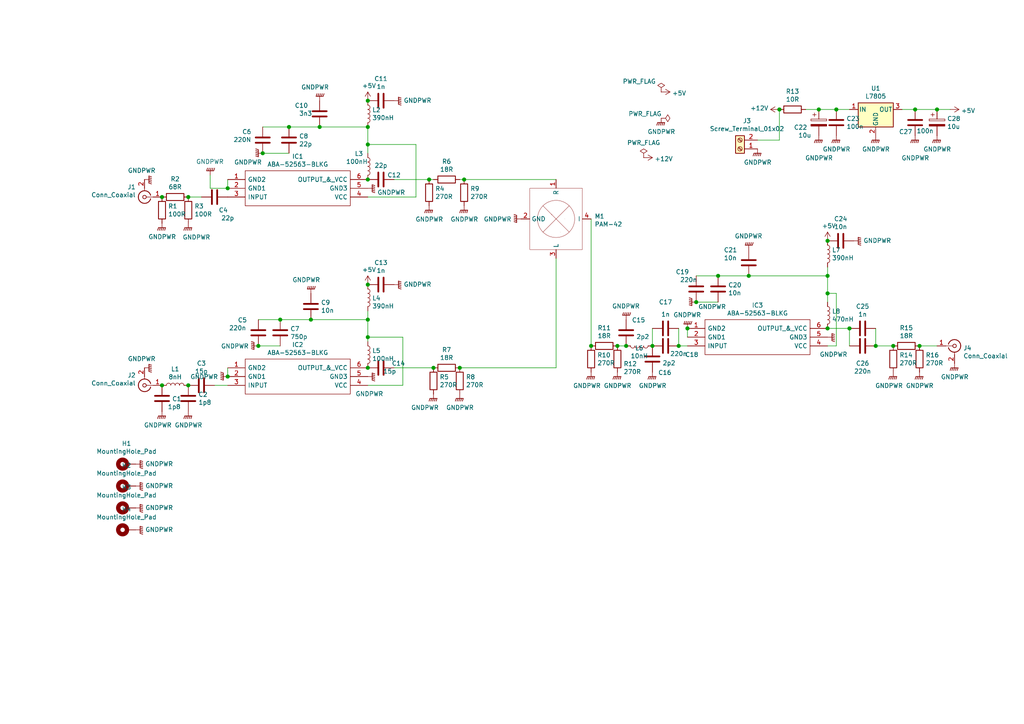
<source format=kicad_sch>
(kicad_sch (version 20211123) (generator eeschema)
  (paper "A4")
  (lib_symbols
    (symbol "ABA52563:ABA-52563-BLKG" (pin_names (offset 0.762))
      (property "Reference" "IC" (at 36.83 7.62 0))
      (property "Value" "ABA-52563-BLKG" (at 36.83 5.08 0))
      (symbol "ABA-52563-BLKG_0_0"
        (pin passive line (at 0 0 0) (length 5.08) (name "GND2") (number "1"))
        (pin passive line (at 0 -2.54 0) (length 5.08) (name "GND1") (number "2"))
        (pin passive line (at 0 -5.08 0) (length 5.08) (name "INPUT") (number "3"))
        (pin passive line (at 40.64 -5.08 180) (length 5.08) (name "VCC") (number "4"))
        (pin passive line (at 40.64 -2.54 180) (length 5.08) (name "GND3") (number "5"))
        (pin passive line (at 40.64 0 180) (length 5.08) (name "OUTPUT_&_VCC") (number "6"))
      )
      (symbol "ABA-52563-BLKG_0_1"
        (polyline (pts (xy 5.08 2.54) (xy 35.56 2.54) (xy 35.56 -7.62) (xy 5.08 -7.62) (xy 5.08 2.54)) (stroke (width 0.1524)))
      )
    )
    (symbol "Connector:Conn_Coaxial" (pin_names (offset 1.016) hide)
      (property "Reference" "J" (at 0.254 3.048 0))
      (property "Value" "Conn_Coaxial" (at 2.921 0 90))
      (symbol "Conn_Coaxial_0_1"
        (arc (start -1.778 -0.508) (mid 0.2311 -1.8066) (end 1.778 0) (stroke (width 0.254)))
        (polyline (pts (xy -2.54 0) (xy -0.508 0)))
        (polyline (pts (xy 0 -2.54) (xy 0 -1.778)))
        (circle (center 0 0) (radius 0.508) (stroke (width 0.2032)))
        (arc (start 1.778 0) (mid 0.2099 1.8101) (end -1.778 0.508) (stroke (width 0.254)))
      )
      (symbol "Conn_Coaxial_1_1"
        (pin passive line (at -5.08 0 0) (length 2.54) (name "In") (number "1"))
        (pin passive line (at 0 -5.08 90) (length 2.54) (name "Ext") (number "2"))
      )
    )
    (symbol "Connector:Screw_Terminal_01x02" (pin_names (offset 1.016) hide)
      (property "Reference" "J" (at 0 2.54 0))
      (property "Value" "Screw_Terminal_01x02" (at 0 -5.08 0))
      (symbol "Screw_Terminal_01x02_1_1"
        (rectangle (start -1.27 1.27) (end 1.27 -3.81) (stroke (width 0.254)) (fill (type background)))
        (circle (center 0 -2.54) (radius 0.635) (stroke (width 0.1524)))
        (polyline (pts (xy -0.5334 -2.2098) (xy 0.3302 -3.048)) (stroke (width 0.1524)))
        (polyline (pts (xy -0.5334 0.3302) (xy 0.3302 -0.508)) (stroke (width 0.1524)))
        (polyline (pts (xy -0.3556 -2.032) (xy 0.508 -2.8702)) (stroke (width 0.1524)))
        (polyline (pts (xy -0.3556 0.508) (xy 0.508 -0.3302)) (stroke (width 0.1524)))
        (circle (center 0 0) (radius 0.635) (stroke (width 0.1524)))
        (pin passive line (at -5.08 0 0) (length 3.81) (name "Pin_1") (number "1"))
        (pin passive line (at -5.08 -2.54 0) (length 3.81) (name "Pin_2") (number "2"))
      )
    )
    (symbol "Device:C" (pin_numbers hide) (pin_names (offset 0.254))
      (property "Reference" "C" (at 0.635 2.54 0))
      (property "Value" "C" (at 0.635 -2.54 0))
      (symbol "C_0_1"
        (polyline (pts (xy -2.032 -0.762) (xy 2.032 -0.762)) (stroke (width 0.508)))
        (polyline (pts (xy -2.032 0.762) (xy 2.032 0.762)) (stroke (width 0.508)))
      )
      (symbol "C_1_1"
        (pin passive line (at 0 3.81 270) (length 2.794) (name "~") (number "1"))
        (pin passive line (at 0 -3.81 90) (length 2.794) (name "~") (number "2"))
      )
    )
    (symbol "Device:CP" (pin_numbers hide) (pin_names (offset 0.254))
      (property "Reference" "C" (at 0.635 2.54 0))
      (property "Value" "CP" (at 0.635 -2.54 0))
      (symbol "CP_0_1"
        (rectangle (start -2.286 0.508) (end 2.286 1.016))
        (polyline (pts (xy -1.778 2.286) (xy -0.762 2.286)))
        (polyline (pts (xy -1.27 2.794) (xy -1.27 1.778)))
        (rectangle (start 2.286 -0.508) (end -2.286 -1.016) (fill (type outline)))
      )
      (symbol "CP_1_1"
        (pin passive line (at 0 3.81 270) (length 2.794) (name "~") (number "1"))
        (pin passive line (at 0 -3.81 90) (length 2.794) (name "~") (number "2"))
      )
    )
    (symbol "Device:L" (pin_numbers hide) (pin_names (offset 1.016) hide)
      (property "Reference" "L" (at -1.27 0 90))
      (property "Value" "L" (at 1.905 0 90))
      (symbol "L_0_1"
        (arc (start 0 -2.54) (mid 0.635 -1.905) (end 0 -1.27))
        (arc (start 0 -1.27) (mid 0.635 -0.635) (end 0 0))
        (arc (start 0 0) (mid 0.635 0.635) (end 0 1.27))
        (arc (start 0 1.27) (mid 0.635 1.905) (end 0 2.54))
      )
      (symbol "L_1_1"
        (pin passive line (at 0 3.81 270) (length 1.27) (name "1") (number "1"))
        (pin passive line (at 0 -3.81 90) (length 1.27) (name "2") (number "2"))
      )
    )
    (symbol "Device:R" (pin_numbers hide) (pin_names (offset 0))
      (property "Reference" "R" (at 2.032 0 90))
      (property "Value" "R" (at 0 0 90))
      (symbol "R_0_1"
        (rectangle (start -1.016 -2.54) (end 1.016 2.54) (stroke (width 0.254)))
      )
      (symbol "R_1_1"
        (pin passive line (at 0 3.81 270) (length 1.27) (name "~") (number "1"))
        (pin passive line (at 0 -3.81 90) (length 1.27) (name "~") (number "2"))
      )
    )
    (symbol "Mechanical:MountingHole_Pad" (pin_numbers hide) (pin_names (offset 1.016) hide)
      (property "Reference" "H" (at 0 6.35 0))
      (property "Value" "MountingHole_Pad" (at 0 4.445 0))
      (symbol "MountingHole_Pad_0_1"
        (circle (center 0 1.27) (radius 1.27) (stroke (width 1.27)))
      )
      (symbol "MountingHole_Pad_1_1"
        (pin input line (at 0 -2.54 90) (length 2.54) (name "1") (number "1"))
      )
    )
    (symbol "Regulator_Linear:L7805" (pin_names (offset 0.254))
      (property "Reference" "U" (at -3.81 3.175 0))
      (property "Value" "L7805" (at 0 3.175 0))
      (symbol "L7805_0_1"
        (rectangle (start -5.08 1.905) (end 5.08 -5.08) (stroke (width 0.254)) (fill (type background)))
      )
      (symbol "L7805_1_1"
        (pin power_in line (at -7.62 0 0) (length 2.54) (name "IN") (number "1"))
        (pin power_in line (at 0 -7.62 90) (length 2.54) (name "GND") (number "2"))
        (pin power_out line (at 7.62 0 180) (length 2.54) (name "OUT") (number "3"))
      )
    )
    (symbol "TG:PAM-42"
      (property "Reference" "M" (at -15.24 3.81 0))
      (property "Value" "PAM-42" (at -1.27 7.62 0))
      (symbol "PAM-42_0_1"
        (rectangle (start -10.16 6.35) (end 7.62 -8.89) (stroke (width 0.0006)))
        (rectangle (start -5.08 -2.54) (end -5.08 -2.54) (stroke (width 0.0006)))
        (rectangle (start -1.27 -3.81) (end -1.27 -3.81) (stroke (width 0.0006)))
        (circle (center -1.27 -1.27) (radius 5.3882) (stroke (width 0.0006)))
        (circle (center 0 0) (radius 0.0001) (stroke (width 0.0006)))
        (polyline (pts (xy -5.08 -5.08) (xy 2.54 2.54)) (stroke (width 0.0006)))
        (polyline (pts (xy -5.08 2.54) (xy 2.54 -5.08)) (stroke (width 0.0006)))
        (rectangle (start 2.54 -5.08) (end 2.54 -5.08) (stroke (width 0.0006)))
        (rectangle (start 6.35 -1.27) (end 6.35 -1.27) (stroke (width 0.0006)))
      )
      (symbol "PAM-42_1_1"
        (pin input line (at 10.16 -1.27 180) (length 2.54) (name "R") (number "1"))
        (pin passive line (at -1.27 8.89 270) (length 2.54) (name "GND") (number "2"))
        (pin input line (at -12.7 -1.27 0) (length 2.54) (name "L") (number "3"))
        (pin output line (at -1.27 -11.43 90) (length 2.54) (name "I") (number "4"))
      )
    )
    (symbol "power:+12V" (power) (pin_names (offset 0))
      (property "Value" "+12V" (at 0 3.556 0))
      (symbol "+12V_0_1"
        (polyline (pts (xy -0.762 1.27) (xy 0 2.54)))
        (polyline (pts (xy 0 0) (xy 0 2.54)))
        (polyline (pts (xy 0 2.54) (xy 0.762 1.27)))
      )
      (symbol "+12V_1_1"
        (pin power_in line (at 0 0 90) (length 0) hide (name "+12V") (number "1"))
      )
    )
    (symbol "power:+5V" (power) (pin_names (offset 0))
      (property "Value" "+5V" (at 0 3.556 0))
      (symbol "+5V_0_1"
        (polyline (pts (xy -0.762 1.27) (xy 0 2.54)))
        (polyline (pts (xy 0 0) (xy 0 2.54)))
        (polyline (pts (xy 0 2.54) (xy 0.762 1.27)))
      )
      (symbol "+5V_1_1"
        (pin power_in line (at 0 0 90) (length 0) hide (name "+5V") (number "1"))
      )
    )
    (symbol "power:GNDPWR" (power) (pin_names (offset 0))
      (property "Value" "GNDPWR" (at 0 -3.302 0))
      (symbol "GNDPWR_0_1"
        (polyline (pts (xy 0 -1.27) (xy 0 0)))
        (polyline (pts (xy -1.016 -1.27) (xy -1.27 -2.032) (xy -1.27 -2.032)) (stroke (width 0.2032)))
        (polyline (pts (xy -0.508 -1.27) (xy -0.762 -2.032) (xy -0.762 -2.032)) (stroke (width 0.2032)))
        (polyline (pts (xy 0 -1.27) (xy -0.254 -2.032) (xy -0.254 -2.032)) (stroke (width 0.2032)))
        (polyline (pts (xy 0.508 -1.27) (xy 0.254 -2.032) (xy 0.254 -2.032)) (stroke (width 0.2032)))
        (polyline (pts (xy 1.016 -1.27) (xy -1.016 -1.27) (xy -1.016 -1.27)) (stroke (width 0.2032)))
        (polyline (pts (xy 1.016 -1.27) (xy 0.762 -2.032) (xy 0.762 -2.032) (xy 0.762 -2.032)) (stroke (width 0.2032)))
      )
      (symbol "GNDPWR_1_1"
        (pin power_in line (at 0 0 270) (length 0) hide (name "GNDPWR") (number "1"))
      )
    )
    (symbol "power:PWR_FLAG" (power) (pin_numbers hide) (pin_names (offset 0) hide)
      (property "Value" "PWR_FLAG" (at 0 3.81 0))
      (symbol "PWR_FLAG_0_0"
        (pin power_out line (at 0 0 90) (length 0) (name "pwr") (number "1"))
      )
      (symbol "PWR_FLAG_0_1"
        (polyline (pts (xy 0 0) (xy 0 1.27) (xy -1.016 1.905) (xy 0 2.54) (xy 1.016 1.905) (xy 0 1.27)))
      )
    )
  )
  (junction (at 133.35 106.68) (diameter 1.016))
  (junction (at 226.06 31.75) (diameter 1.016))
  (junction (at 106.68 92.71) (diameter 1.016))
  (junction (at 66.04 54.61) (diameter 1.016))
  (junction (at 271.78 31.75) (diameter 1.016))
  (junction (at 240.03 80.01) (diameter 1.016))
  (junction (at 125.73 106.68) (diameter 1.016))
  (junction (at 240.03 95.25) (diameter 1.016))
  (junction (at 106.68 36.83) (diameter 1.016))
  (junction (at 201.93 87.63) (diameter 1.016))
  (junction (at 83.82 36.83) (diameter 1.016))
  (junction (at 240.03 85.09) (diameter 1.016))
  (junction (at 46.99 57.15) (diameter 1.016))
  (junction (at 242.57 31.75) (diameter 1.016))
  (junction (at 265.43 31.75) (diameter 1.016))
  (junction (at 106.68 97.79) (diameter 1.016))
  (junction (at 106.68 52.07) (diameter 1.016))
  (junction (at 199.39 95.25) (diameter 1.016))
  (junction (at 189.23 100.33) (diameter 1.016))
  (junction (at 81.28 92.71) (diameter 1.016))
  (junction (at 254 100.33) (diameter 1.016))
  (junction (at 106.68 29.21) (diameter 1.016))
  (junction (at 240.03 69.85) (diameter 1.016))
  (junction (at 246.38 95.25) (diameter 1.016))
  (junction (at 106.68 41.91) (diameter 1.016))
  (junction (at 106.68 82.55) (diameter 1.016))
  (junction (at 66.04 109.22) (diameter 1.016))
  (junction (at 92.71 36.83) (diameter 1.016))
  (junction (at 259.08 100.33) (diameter 1.016))
  (junction (at 208.28 80.01) (diameter 1.016))
  (junction (at 54.61 111.76) (diameter 1.016))
  (junction (at 54.61 57.15) (diameter 1.016))
  (junction (at 171.45 100.33) (diameter 1.016))
  (junction (at 181.61 100.33) (diameter 1.016))
  (junction (at 266.7 100.33) (diameter 1.016))
  (junction (at 90.17 92.71) (diameter 1.016))
  (junction (at 196.85 100.33) (diameter 1.016))
  (junction (at 217.17 80.01) (diameter 1.016))
  (junction (at 46.99 111.76) (diameter 1.016))
  (junction (at 76.2 44.45) (diameter 1.016))
  (junction (at 179.07 100.33) (diameter 1.016))
  (junction (at 237.49 31.75) (diameter 1.016))
  (junction (at 106.68 106.68) (diameter 1.016))
  (junction (at 74.93 100.33) (diameter 1.016))
  (junction (at 134.62 52.07) (diameter 1.016))
  (junction (at 124.46 52.07) (diameter 1.016))
  (wire (pts (xy 60.96 50.8) (xy 60.96 54.61)))
  (wire (pts (xy 60.96 54.61) (xy 66.04 54.61)))
  (wire (pts (xy 106.68 57.15) (xy 120.65 57.15)))
  (wire (pts (xy 120.65 41.91) (xy 106.68 41.91)))
  (wire (pts (xy 120.65 57.15) (xy 120.65 41.91)))
  (wire (pts (xy 114.3 106.68) (xy 125.73 106.68)))
  (wire (pts (xy 76.2 44.45) (xy 83.82 44.45)))
  (wire (pts (xy 196.85 100.33) (xy 199.39 100.33)))
  (wire (pts (xy 106.68 111.76) (xy 116.84 111.76)))
  (wire (pts (xy 116.84 97.79) (xy 106.68 97.79)))
  (wire (pts (xy 116.84 111.76) (xy 116.84 97.79)))
  (wire (pts (xy 133.35 52.07) (xy 134.62 52.07)))
  (wire (pts (xy 74.93 92.71) (xy 81.28 92.71)))
  (wire (pts (xy 81.28 92.71) (xy 90.17 92.71)))
  (wire (pts (xy 90.17 92.71) (xy 106.68 92.71)))
  (wire (pts (xy 106.68 92.71) (xy 106.68 90.17)))
  (wire (pts (xy 179.07 100.33) (xy 181.61 100.33)))
  (wire (pts (xy 74.93 100.33) (xy 81.28 100.33)))
  (wire (pts (xy 66.04 106.68) (xy 66.04 109.22)))
  (wire (pts (xy 106.68 36.83) (xy 106.68 41.91)))
  (wire (pts (xy 106.68 41.91) (xy 106.68 44.45)))
  (wire (pts (xy 62.23 111.76) (xy 66.04 111.76)))
  (wire (pts (xy 201.93 87.63) (xy 208.28 87.63)))
  (wire (pts (xy 66.04 52.07) (xy 66.04 54.61)))
  (wire (pts (xy 233.68 31.75) (xy 237.49 31.75)))
  (wire (pts (xy 237.49 31.75) (xy 242.57 31.75)))
  (wire (pts (xy 242.57 31.75) (xy 246.38 31.75)))
  (wire (pts (xy 240.03 95.25) (xy 246.38 95.25)))
  (wire (pts (xy 171.45 63.5) (xy 171.45 100.33)))
  (wire (pts (xy 254 95.25) (xy 254 100.33)))
  (wire (pts (xy 254 100.33) (xy 259.08 100.33)))
  (wire (pts (xy 246.38 95.25) (xy 246.38 100.33)))
  (wire (pts (xy 240.03 85.09) (xy 242.57 85.09)))
  (wire (pts (xy 242.57 85.09) (xy 242.57 100.33)))
  (wire (pts (xy 242.57 100.33) (xy 240.03 100.33)))
  (wire (pts (xy 114.3 52.07) (xy 124.46 52.07)))
  (wire (pts (xy 124.46 52.07) (xy 125.73 52.07)))
  (wire (pts (xy 199.39 95.25) (xy 199.39 97.79)))
  (wire (pts (xy 76.2 36.83) (xy 83.82 36.83)))
  (wire (pts (xy 189.23 95.25) (xy 189.23 100.33)))
  (wire (pts (xy 54.61 57.15) (xy 58.42 57.15)))
  (wire (pts (xy 134.62 52.07) (xy 161.29 52.07)))
  (wire (pts (xy 106.68 92.71) (xy 106.68 97.79)))
  (wire (pts (xy 106.68 97.79) (xy 106.68 99.06)))
  (wire (pts (xy 261.62 31.75) (xy 265.43 31.75)))
  (wire (pts (xy 265.43 31.75) (xy 271.78 31.75)))
  (wire (pts (xy 271.78 31.75) (xy 275.59 31.75)))
  (wire (pts (xy 266.7 100.33) (xy 271.78 100.33)))
  (wire (pts (xy 201.93 80.01) (xy 208.28 80.01)))
  (wire (pts (xy 208.28 80.01) (xy 217.17 80.01)))
  (wire (pts (xy 217.17 80.01) (xy 240.03 80.01)))
  (wire (pts (xy 240.03 80.01) (xy 240.03 77.47)))
  (wire (pts (xy 219.71 40.64) (xy 226.06 40.64)))
  (wire (pts (xy 226.06 40.64) (xy 226.06 31.75)))
  (wire (pts (xy 83.82 36.83) (xy 92.71 36.83)))
  (wire (pts (xy 92.71 36.83) (xy 106.68 36.83)))
  (wire (pts (xy 133.35 106.68) (xy 161.29 106.68)))
  (wire (pts (xy 161.29 106.68) (xy 161.29 74.93)))
  (wire (pts (xy 240.03 80.01) (xy 240.03 85.09)))
  (wire (pts (xy 240.03 85.09) (xy 240.03 87.63)))
  (wire (pts (xy 196.85 95.25) (xy 196.85 100.33)))
  (symbol (lib_id "power:GNDPWR") (at 60.96 50.8 180) (unit 1)
    (property "Reference" "#PWR011" (effects hide))
    (property "Value" "GNDPWR" (at 60.8965 46.882 0))
  )
  (symbol (lib_id "power:PWR_FLAG") (at 186.69 45.72 0) (unit 1)
    (property "Reference" "#FLG01" (effects hide))
    (property "Value" "PWR_FLAG" (at 186.69 41.3956 0))
  )
  (symbol (lib_id "Device:C") (at 110.49 82.55 270) (unit 1)
    (property "Reference" "C13" (at 110.49 76.1808 90))
    (property "Value" "1n" (at 110.49 78.4795 90))
    (property "Footprint" "Capacitor_SMD:C_0603_1608Metric_Pad1.08x0.95mm_HandSolder" (effects hide))
  )
  (symbol (lib_id "Device:R") (at 54.61 60.96 0) (unit 1)
    (property "Reference" "R3" (at 56.3881 59.8106 0) (effects (justify left)))
    (property "Value" "100R" (at 56.3881 62.1093 0) (effects (justify left)))
    (property "Footprint" "Resistor_SMD:R_0603_1608Metric_Pad0.98x0.95mm_HandSolder" (effects hide))
  )
  (symbol (lib_id "Device:R") (at 171.45 104.14 180) (unit 1)
    (property "Reference" "R10" (at 173.2281 102.9906 0) (effects (justify right)))
    (property "Value" "270R" (at 173.2281 105.2893 0) (effects (justify right)))
    (property "Footprint" "Resistor_SMD:R_0603_1608Metric_Pad0.98x0.95mm_HandSolder" (effects hide))
  )
  (symbol (lib_id "power:PWR_FLAG") (at 191.77 34.29 270) (unit 1)
    (property "Reference" "#FLG03" (effects hide))
    (property "Value" "PWR_FLAG" (at 182.2451 33.02 90) (effects (justify left)))
  )
  (symbol (lib_id "power:GNDPWR") (at 237.49 39.37 0) (unit 1)
    (property "Reference" "#PWR040" (effects hide))
    (property "Value" "GNDPWR" (at 237.5535 45.828 0))
  )
  (symbol (lib_id "power:GNDPWR") (at 39.37 134.62 90) (unit 1)
    (property "Reference" "#PWR01" (effects hide))
    (property "Value" "GNDPWR" (at 42.1387 134.5565 90) (effects (justify right)))
  )
  (symbol (lib_id "Device:R") (at 259.08 104.14 0) (unit 1)
    (property "Reference" "R14" (at 260.8581 102.9906 0) (effects (justify left)))
    (property "Value" "270R" (at 260.8581 105.2893 0) (effects (justify left)))
    (property "Footprint" "Resistor_SMD:R_0603_1608Metric_Pad0.98x0.95mm_HandSolder" (effects hide))
  )
  (symbol (lib_id "power:GNDPWR") (at 106.68 109.22 90) (unit 1)
    (property "Reference" "#PWR020" (effects hide))
    (property "Value" "GNDPWR" (at 103.0987 114.2365 90) (effects (justify right)))
  )
  (symbol (lib_id "power:GNDPWR") (at 181.61 92.71 180) (unit 1)
    (property "Reference" "#PWR030" (effects hide))
    (property "Value" "GNDPWR" (at 181.5465 88.792 0))
  )
  (symbol (lib_id "power:GNDPWR") (at 276.86 105.41 0) (unit 1)
    (property "Reference" "#PWR051" (effects hide))
    (property "Value" "GNDPWR" (at 276.9235 109.328 0))
  )
  (symbol (lib_id "Device:C") (at 193.04 95.25 90) (unit 1)
    (property "Reference" "C17" (at 193.04 87.6108 90))
    (property "Value" "1n" (at 193.04 91.1795 90))
    (property "Footprint" "Capacitor_SMD:C_0603_1608Metric_Pad1.08x0.95mm_HandSolder" (effects hide))
  )
  (symbol (lib_id "Device:C") (at 76.2 40.64 0) (unit 1)
    (property "Reference" "C6" (at 70.2311 38.2206 0) (effects (justify left)))
    (property "Value" "220N" (at 67.6911 40.5193 0) (effects (justify left)))
    (property "Footprint" "Capacitor_SMD:C_0603_1608Metric_Pad1.08x0.95mm_HandSolder" (effects hide))
  )
  (symbol (lib_id "power:GNDPWR") (at 39.37 153.67 90) (unit 1)
    (property "Reference" "#PWR04" (effects hide))
    (property "Value" "GNDPWR" (at 42.1387 153.6065 90) (effects (justify right)))
  )
  (symbol (lib_id "Device:R") (at 229.87 31.75 90) (unit 1)
    (property "Reference" "R13" (at 229.87 26.5238 90))
    (property "Value" "10R" (at 229.87 28.8225 90))
    (property "Footprint" "Resistor_THT:R_Axial_DIN0411_L9.9mm_D3.6mm_P25.40mm_Horizontal" (effects hide))
  )
  (symbol (lib_id "Device:R") (at 266.7 104.14 0) (unit 1)
    (property "Reference" "R16" (at 268.4781 102.9906 0) (effects (justify left)))
    (property "Value" "270R" (at 268.4781 105.2893 0) (effects (justify left)))
    (property "Footprint" "Resistor_SMD:R_0603_1608Metric_Pad0.98x0.95mm_HandSolder" (effects hide))
  )
  (symbol (lib_id "Device:C") (at 208.28 83.82 0) (unit 1)
    (property "Reference" "C20" (at 211.2011 82.6706 0) (effects (justify left)))
    (property "Value" "10n" (at 211.2011 84.9693 0) (effects (justify left)))
    (property "Footprint" "Capacitor_SMD:C_0603_1608Metric_Pad1.08x0.95mm_HandSolder" (effects hide))
  )
  (symbol (lib_id "Device:C") (at 243.84 69.85 270) (unit 1)
    (property "Reference" "C24" (at 243.84 63.4808 90))
    (property "Value" "10n" (at 243.84 65.7795 90))
    (property "Footprint" "Capacitor_SMD:C_0603_1608Metric_Pad1.08x0.95mm_HandSolder" (effects hide))
  )
  (symbol (lib_id "Device:R") (at 134.62 55.88 0) (unit 1)
    (property "Reference" "R9" (at 136.3981 54.7306 0) (effects (justify left)))
    (property "Value" "270R" (at 136.3981 57.0293 0) (effects (justify left)))
    (property "Footprint" "Resistor_SMD:R_0603_1608Metric_Pad0.98x0.95mm_HandSolder" (effects hide))
  )
  (symbol (lib_id "Device:R") (at 125.73 110.49 0) (unit 1)
    (property "Reference" "R5" (at 127.5081 109.3406 0) (effects (justify left)))
    (property "Value" "270R" (at 127.5081 111.6393 0) (effects (justify left)))
    (property "Footprint" "Resistor_SMD:R_0603_1608Metric_Pad0.98x0.95mm_HandSolder" (effects hide))
  )
  (symbol (lib_id "power:+5V") (at 106.68 29.21 0) (unit 1)
    (property "Reference" "#PWR017" (effects hide))
    (property "Value" "+5V" (at 107.0483 24.8856 0))
  )
  (symbol (lib_id "Device:R") (at 46.99 60.96 0) (unit 1)
    (property "Reference" "R1" (at 48.7681 59.8106 0) (effects (justify left)))
    (property "Value" "100R" (at 48.7681 62.1093 0) (effects (justify left)))
    (property "Footprint" "Resistor_SMD:R_0603_1608Metric_Pad0.98x0.95mm_HandSolder" (effects hide))
  )
  (symbol (lib_id "Device:R") (at 175.26 100.33 90) (unit 1)
    (property "Reference" "R11" (at 175.26 95.1038 90))
    (property "Value" "18R" (at 175.26 97.4025 90))
    (property "Footprint" "Resistor_SMD:R_0603_1608Metric_Pad0.98x0.95mm_HandSolder" (effects hide))
  )
  (symbol (lib_id "Device:C") (at 110.49 29.21 90) (unit 1)
    (property "Reference" "C11" (at 110.49 22.8408 90))
    (property "Value" "1n" (at 110.49 25.1395 90))
    (property "Footprint" "Capacitor_SMD:C_0603_1608Metric_Pad1.08x0.95mm_HandSolder" (effects hide))
  )
  (symbol (lib_id "Device:L") (at 106.68 102.87 0) (unit 1)
    (property "Reference" "L5" (at 107.9501 101.7206 0) (effects (justify left)))
    (property "Value" "100nH" (at 107.9501 104.0193 0) (effects (justify left)))
    (property "Footprint" "Inductor_SMD:L_0603_1608Metric_Pad1.05x0.95mm_HandSolder" (effects hide))
  )
  (symbol (lib_id "power:GNDPWR") (at 240.03 97.79 90) (unit 1)
    (property "Reference" "#PWR042" (effects hide))
    (property "Value" "GNDPWR" (at 237.7187 102.8065 90) (effects (justify right)))
  )
  (symbol (lib_id "power:GNDPWR") (at 92.71 29.21 180) (unit 1)
    (property "Reference" "#PWR016" (effects hide))
    (property "Value" "GNDPWR" (at 91.3765 25.292 0))
  )
  (symbol (lib_id "Device:L") (at 240.03 91.44 0) (unit 1)
    (property "Reference" "L8" (at 241.3001 90.2906 0) (effects (justify left)))
    (property "Value" "470nH" (at 241.3001 92.5893 0) (effects (justify left)))
    (property "Footprint" "Inductor_SMD:L_0603_1608Metric_Pad1.05x0.95mm_HandSolder" (effects hide))
  )
  (symbol (lib_id "power:GNDPWR") (at 189.23 107.95 0) (unit 1)
    (property "Reference" "#PWR032" (effects hide))
    (property "Value" "GNDPWR" (at 189.2935 111.868 0))
  )
  (symbol (lib_id "power:GNDPWR") (at 171.45 107.95 0) (unit 1)
    (property "Reference" "#PWR028" (effects hide))
    (property "Value" "GNDPWR" (at 170.2435 111.868 0))
  )
  (symbol (lib_id "Device:C") (at 217.17 76.2 0) (unit 1)
    (property "Reference" "C21" (at 209.9311 72.5106 0) (effects (justify left)))
    (property "Value" "10n" (at 209.9311 74.8093 0) (effects (justify left)))
    (property "Footprint" "Capacitor_SMD:C_0603_1608Metric_Pad1.08x0.95mm_HandSolder" (effects hide))
  )
  (symbol (lib_id "Device:L") (at 50.8 111.76 90) (unit 1)
    (property "Reference" "L1" (at 50.8 107.0418 90))
    (property "Value" "8nH" (at 50.8 109.3405 90))
    (property "Footprint" "Inductor_SMD:L_0603_1608Metric_Pad1.05x0.95mm_HandSolder" (effects hide))
  )
  (symbol (lib_id "Connector:Conn_Coaxial") (at 41.91 57.15 180) (unit 1)
    (property "Reference" "J1" (at 39.3699 54.2353 0) (effects (justify left)))
    (property "Value" "Conn_Coaxial" (at 39.3699 56.534 0) (effects (justify left)))
    (property "Footprint" "Connector_Coaxial:SMA_Amphenol_132134-10_Vertical" (effects hide))
    (property "Datasheet" " ~" (effects hide))
  )
  (symbol (lib_id "Device:C") (at 81.28 96.52 0) (unit 1)
    (property "Reference" "C7" (at 84.2011 95.3706 0) (effects (justify left)))
    (property "Value" "750p" (at 84.2011 97.6693 0) (effects (justify left)))
    (property "Footprint" "Capacitor_SMD:C_0603_1608Metric_Pad1.08x0.95mm_HandSolder" (effects hide))
  )
  (symbol (lib_id "power:GNDPWR") (at 46.99 119.38 0) (unit 1)
    (property "Reference" "#PWR08" (effects hide))
    (property "Value" "GNDPWR" (at 45.7835 123.298 0))
  )
  (symbol (lib_id "Device:C") (at 265.43 35.56 0) (unit 1)
    (property "Reference" "C27" (at 260.7311 38.2206 0) (effects (justify left)))
    (property "Value" "100n" (at 265.8111 37.9793 0) (effects (justify left)))
    (property "Footprint" "Capacitor_SMD:C_0603_1608Metric_Pad1.08x0.95mm_HandSolder" (effects hide))
  )
  (symbol (lib_id "Mechanical:MountingHole_Pad") (at 36.83 153.67 90) (unit 1)
    (property "Reference" "H4" (at 36.703 147.6818 90))
    (property "Value" "MountingHole_Pad" (at 36.703 149.9805 90))
    (property "Footprint" "MountingHole:MountingHole_3.2mm_M3_DIN965" (effects hide))
  )
  (symbol (lib_id "power:GNDPWR") (at 271.78 39.37 0) (unit 1)
    (property "Reference" "#PWR049" (effects hide))
    (property "Value" "GNDPWR" (at 271.8435 43.288 0))
  )
  (symbol (lib_id "power:GNDPWR") (at 54.61 64.77 0) (unit 1)
    (property "Reference" "#PWR09" (effects hide))
    (property "Value" "GNDPWR" (at 61.0235 68.8087 0) (effects (justify right)))
  )
  (symbol (lib_id "power:GNDPWR") (at 39.37 140.97 90) (unit 1)
    (property "Reference" "#PWR02" (effects hide))
    (property "Value" "GNDPWR" (at 42.1387 140.9065 90) (effects (justify right)))
  )
  (symbol (lib_id "Device:C") (at 74.93 96.52 0) (unit 1)
    (property "Reference" "C5" (at 68.9611 92.8306 0) (effects (justify left)))
    (property "Value" "220n" (at 66.421 95.129 0) (effects (justify left)))
    (property "Footprint" "Capacitor_SMD:C_0603_1608Metric_Pad1.08x0.95mm_HandSolder" (effects hide))
  )
  (symbol (lib_id "Device:C") (at 201.93 83.82 0) (unit 1)
    (property "Reference" "C19" (at 195.9611 78.8606 0) (effects (justify left)))
    (property "Value" "220n" (at 197.2311 81.1593 0) (effects (justify left)))
    (property "Footprint" "Capacitor_SMD:C_0603_1608Metric_Pad1.08x0.95mm_HandSolder" (effects hide))
  )
  (symbol (lib_id "power:GNDPWR") (at 90.17 85.09 180) (unit 1)
    (property "Reference" "#PWR015" (effects hide))
    (property "Value" "GNDPWR" (at 88.8365 81.172 0))
  )
  (symbol (lib_id "Mechanical:MountingHole_Pad") (at 36.83 134.62 90) (unit 1)
    (property "Reference" "H1" (at 36.703 128.6318 90))
    (property "Value" "MountingHole_Pad" (at 36.703 130.9305 90))
    (property "Footprint" "MountingHole:MountingHole_3.2mm_M3_DIN965" (effects hide))
  )
  (symbol (lib_id "Mechanical:MountingHole_Pad") (at 36.83 147.32 90) (unit 1)
    (property "Reference" "H3" (at 36.703 141.3318 90))
    (property "Value" "MountingHole_Pad" (at 36.703 143.6305 90))
    (property "Footprint" "MountingHole:MountingHole_3.2mm_M3_DIN965" (effects hide))
  )
  (symbol (lib_id "power:GNDPWR") (at 133.35 114.3 0) (unit 1)
    (property "Reference" "#PWR025" (effects hide))
    (property "Value" "GNDPWR" (at 133.4135 118.218 0))
  )
  (symbol (lib_id "Device:C") (at 193.04 100.33 90) (unit 1)
    (property "Reference" "C18" (at 200.66 102.8508 90))
    (property "Value" "220n" (at 196.85 102.6095 90))
    (property "Footprint" "Capacitor_SMD:C_0603_1608Metric_Pad1.08x0.95mm_HandSolder" (effects hide))
  )
  (symbol (lib_id "Device:C") (at 58.42 111.76 90) (unit 1)
    (property "Reference" "C3" (at 58.42 105.3908 90))
    (property "Value" "15p" (at 58.42 107.6895 90))
    (property "Footprint" "Capacitor_SMD:C_0603_1608Metric_Pad1.08x0.95mm_HandSolder" (effects hide))
  )
  (symbol (lib_id "ABA52563:ABA-52563-BLKG") (at 66.04 106.68 0) (unit 1)
    (property "Reference" "IC2" (at 86.36 99.9806 0))
    (property "Value" "ABA-52563-BLKG" (at 86.36 102.2793 0))
    (property "Footprint" "ABA-52563-BLKG:SOT65P210X110-6N" (effects hide))
    (property "Datasheet" "https://docs.broadcom.com/docs/AV02-1785EN" (effects hide))
    (property "Description" "Broadcom ABA-52563-BLKG, RF Amplifier Broadband, 21.5 dB 3.5 GHz, 6-Pin SOT-363" (effects hide))
    (property "Height" "1.1" (effects hide))
    (property "Manufacturer_Name" "Avago Technologies" (effects hide))
    (property "Manufacturer_Part_Number" "ABA-52563-BLKG" (effects hide))
    (property "Mouser Part Number" "630-ABA-52563-BLKG" (effects hide))
    (property "Mouser Price/Stock" "https://www.mouser.com/Search/Refine.aspx?Keyword=630-ABA-52563-BLKG" (effects hide))
  )
  (symbol (lib_id "power:GNDPWR") (at 66.04 109.22 270) (unit 1)
    (property "Reference" "#PWR012" (effects hide))
    (property "Value" "GNDPWR" (at 63.2714 109.2835 90) (effects (justify right)))
  )
  (symbol (lib_id "Device:C") (at 110.49 106.68 90) (unit 1)
    (property "Reference" "C14" (at 115.57 105.3908 90))
    (property "Value" "15p" (at 113.03 107.6895 90))
    (property "Footprint" "Capacitor_SMD:C_0603_1608Metric_Pad1.08x0.95mm_HandSolder" (effects hide))
  )
  (symbol (lib_id "ABA52563:ABA-52563-BLKG") (at 199.39 95.25 0) (unit 1)
    (property "Reference" "IC3" (at 219.71 88.5506 0))
    (property "Value" "ABA-52563-BLKG" (at 219.71 90.8493 0))
    (property "Footprint" "ABA-52563-BLKG:SOT65P210X110-6N" (effects hide))
    (property "Datasheet" "https://docs.broadcom.com/docs/AV02-1785EN" (effects hide))
    (property "Description" "Broadcom ABA-52563-BLKG, RF Amplifier Broadband, 21.5 dB 3.5 GHz, 6-Pin SOT-363" (effects hide))
    (property "Height" "1.1" (effects hide))
    (property "Manufacturer_Name" "Avago Technologies" (effects hide))
    (property "Manufacturer_Part_Number" "ABA-52563-BLKG" (effects hide))
    (property "Mouser Part Number" "630-ABA-52563-BLKG" (effects hide))
    (property "Mouser Price/Stock" "https://www.mouser.com/Search/Refine.aspx?Keyword=630-ABA-52563-BLKG" (effects hide))
  )
  (symbol (lib_id "Device:R") (at 50.8 57.15 90) (unit 1)
    (property "Reference" "R2" (at 50.8 51.9238 90))
    (property "Value" "68R" (at 50.8 54.2225 90))
    (property "Footprint" "Resistor_SMD:R_0603_1608Metric_Pad0.98x0.95mm_HandSolder" (effects hide))
  )
  (symbol (lib_id "Device:L") (at 185.42 100.33 270) (unit 1)
    (property "Reference" "L6" (at 185.42 100.9458 90))
    (property "Value" "10nH" (at 185.42 103.2445 90))
    (property "Footprint" "Inductor_SMD:L_0603_1608Metric_Pad1.05x0.95mm_HandSolder" (effects hide))
  )
  (symbol (lib_id "power:GNDPWR") (at 41.91 52.07 90) (unit 1)
    (property "Reference" "#PWR05" (effects hide))
    (property "Value" "GNDPWR" (at 37.0587 49.4665 90) (effects (justify right)))
  )
  (symbol (lib_id "Device:CP") (at 271.78 35.56 0) (unit 1)
    (property "Reference" "C28" (at 274.7011 34.4106 0) (effects (justify left)))
    (property "Value" "10u" (at 274.7011 36.7093 0) (effects (justify left)))
    (property "Footprint" "Capacitor_THT:CP_Radial_D6.3mm_P2.50mm" (effects hide))
  )
  (symbol (lib_id "Connector:Conn_Coaxial") (at 276.86 100.33 0) (unit 1)
    (property "Reference" "J4" (at 279.4001 100.9459 0) (effects (justify left)))
    (property "Value" "Conn_Coaxial" (at 279.4001 103.2446 0) (effects (justify left)))
    (property "Footprint" "Connector_Coaxial:SMA_Amphenol_132134-10_Vertical" (effects hide))
    (property "Datasheet" " ~" (effects hide))
  )
  (symbol (lib_id "Device:CP") (at 237.49 35.56 0) (unit 1)
    (property "Reference" "C22" (at 230.2511 36.9506 0) (effects (justify left)))
    (property "Value" "10u" (at 231.5211 39.2493 0) (effects (justify left)))
    (property "Footprint" "Capacitor_THT:CP_Radial_D6.3mm_P2.50mm" (effects hide))
  )
  (symbol (lib_id "power:PWR_FLAG") (at 191.77 26.67 0) (unit 1)
    (property "Reference" "#FLG02" (effects hide))
    (property "Value" "PWR_FLAG" (at 185.42 23.6156 0))
  )
  (symbol (lib_id "Device:C") (at 250.19 95.25 90) (unit 1)
    (property "Reference" "C25" (at 250.19 88.8808 90))
    (property "Value" "1n" (at 250.19 91.1795 90))
    (property "Footprint" "Capacitor_SMD:C_0603_1608Metric_Pad1.08x0.95mm_HandSolder" (effects hide))
  )
  (symbol (lib_id "power:GNDPWR") (at 46.99 64.77 0) (unit 1)
    (property "Reference" "#PWR07" (effects hide))
    (property "Value" "GNDPWR" (at 47.0535 68.688 0))
  )
  (symbol (lib_id "power:GNDPWR") (at 151.13 63.5 270) (unit 1)
    (property "Reference" "#PWR027" (effects hide))
    (property "Value" "GNDPWR" (at 148.3614 63.5635 90) (effects (justify right)))
  )
  (symbol (lib_id "power:GNDPWR") (at 265.43 39.37 0) (unit 1)
    (property "Reference" "#PWR047" (effects hide))
    (property "Value" "GNDPWR" (at 265.4935 45.828 0))
  )
  (symbol (lib_id "Device:R") (at 133.35 110.49 0) (unit 1)
    (property "Reference" "R8" (at 135.1281 109.3406 0) (effects (justify left)))
    (property "Value" "270R" (at 135.1281 111.6393 0) (effects (justify left)))
    (property "Footprint" "Resistor_SMD:R_0603_1608Metric_Pad0.98x0.95mm_HandSolder" (effects hide))
  )
  (symbol (lib_id "power:GNDPWR") (at 201.93 87.63 270) (unit 1)
    (property "Reference" "#PWR036" (effects hide))
    (property "Value" "GNDPWR" (at 210.5914 88.9635 90) (effects (justify right)))
  )
  (symbol (lib_id "power:GNDPWR") (at 124.46 59.69 0) (unit 1)
    (property "Reference" "#PWR023" (effects hide))
    (property "Value" "GNDPWR" (at 124.5235 63.608 0))
  )
  (symbol (lib_id "power:GNDPWR") (at 199.39 95.25 180) (unit 1)
    (property "Reference" "#PWR035" (effects hide))
    (property "Value" "GNDPWR" (at 199.3265 91.332 0))
  )
  (symbol (lib_id "Device:R") (at 124.46 55.88 0) (unit 1)
    (property "Reference" "R4" (at 126.2381 54.7306 0) (effects (justify left)))
    (property "Value" "270R" (at 126.2381 57.0293 0) (effects (justify left)))
    (property "Footprint" "Resistor_SMD:R_0603_1608Metric_Pad0.98x0.95mm_HandSolder" (effects hide))
  )
  (symbol (lib_id "power:GNDPWR") (at 76.2 44.45 270) (unit 1)
    (property "Reference" "#PWR014" (effects hide))
    (property "Value" "GNDPWR" (at 75.9714 47.0535 90) (effects (justify right)))
  )
  (symbol (lib_id "Device:R") (at 179.07 104.14 0) (unit 1)
    (property "Reference" "R12" (at 180.8481 105.5306 0) (effects (justify left)))
    (property "Value" "270R" (at 180.8481 107.8293 0) (effects (justify left)))
    (property "Footprint" "Resistor_SMD:R_0603_1608Metric_Pad0.98x0.95mm_HandSolder" (effects hide))
  )
  (symbol (lib_id "Device:L") (at 106.68 48.26 0) (unit 1)
    (property "Reference" "L3" (at 102.8701 44.5706 0) (effects (justify left)))
    (property "Value" "100nH" (at 100.3301 46.8693 0) (effects (justify left)))
    (property "Footprint" "Inductor_SMD:L_0603_1608Metric_Pad1.05x0.95mm_HandSolder" (effects hide))
  )
  (symbol (lib_id "power:GNDPWR") (at 134.62 59.69 0) (unit 1)
    (property "Reference" "#PWR026" (effects hide))
    (property "Value" "GNDPWR" (at 134.6835 63.608 0))
  )
  (symbol (lib_id "Device:C") (at 181.61 96.52 0) (unit 1)
    (property "Reference" "C15" (at 183.2611 92.8306 0) (effects (justify left)))
    (property "Value" "2p2" (at 184.5311 97.6693 0) (effects (justify left)))
    (property "Footprint" "Capacitor_SMD:C_0603_1608Metric_Pad1.08x0.95mm_HandSolder" (effects hide))
  )
  (symbol (lib_id "Connector:Conn_Coaxial") (at 41.91 111.76 180) (unit 1)
    (property "Reference" "J2" (at 39.3699 108.8453 0) (effects (justify left)))
    (property "Value" "Conn_Coaxial" (at 39.3699 111.144 0) (effects (justify left)))
    (property "Footprint" "Connector_Coaxial:SMA_Amphenol_132134-10_Vertical" (effects hide))
    (property "Datasheet" " ~" (effects hide))
  )
  (symbol (lib_id "Device:C") (at 90.17 88.9 0) (unit 1)
    (property "Reference" "C9" (at 93.0911 87.7506 0) (effects (justify left)))
    (property "Value" "10n" (at 93.0911 90.0493 0) (effects (justify left)))
    (property "Footprint" "Capacitor_SMD:C_0603_1608Metric_Pad1.08x0.95mm_HandSolder" (effects hide))
  )
  (symbol (lib_id "Regulator_Linear:L7805") (at 254 31.75 0) (unit 1)
    (property "Reference" "U1" (at 254 25.6348 0))
    (property "Value" "L7805" (at 254 27.9335 0))
    (property "Footprint" "Package_TO_SOT_THT:TO-220-3_Vertical" (effects hide))
    (property "Datasheet" "http://www.st.com/content/ccc/resource/technical/document/datasheet/41/4f/b3/b0/12/d4/47/88/CD00000444.pdf/files/CD00000444.pdf/jcr:content/translations/en.CD00000444.pdf" (effects hide))
  )
  (symbol (lib_id "power:GNDPWR") (at 125.73 114.3 0) (unit 1)
    (property "Reference" "#PWR024" (effects hide))
    (property "Value" "GNDPWR" (at 123.2535 118.218 0))
  )
  (symbol (lib_id "power:+5V") (at 191.77 26.67 270) (unit 1)
    (property "Reference" "#PWR033" (effects hide))
    (property "Value" "+5V" (at 194.9451 27.0383 90) (effects (justify left)))
  )
  (symbol (lib_id "power:+12V") (at 186.69 45.72 270) (unit 1)
    (property "Reference" "#PWR031" (effects hide))
    (property "Value" "+12V" (at 189.8651 46.0883 90) (effects (justify left)))
  )
  (symbol (lib_id "power:+12V") (at 226.06 31.75 90) (unit 1)
    (property "Reference" "#PWR039" (effects hide))
    (property "Value" "+12V" (at 222.8849 31.3817 90) (effects (justify left)))
  )
  (symbol (lib_id "power:+5V") (at 275.59 31.75 270) (unit 1)
    (property "Reference" "#PWR050" (effects hide))
    (property "Value" "+5V" (at 278.7651 32.1183 90) (effects (justify left)))
  )
  (symbol (lib_id "Device:C") (at 189.23 104.14 0) (unit 1)
    (property "Reference" "C16" (at 190.8811 108.0706 0) (effects (justify left)))
    (property "Value" "2p2" (at 192.1511 105.2893 0) (effects (justify left)))
    (property "Footprint" "Capacitor_SMD:C_0603_1608Metric_Pad1.08x0.95mm_HandSolder" (effects hide))
  )
  (symbol (lib_id "power:GNDPWR") (at 219.71 43.18 0) (unit 1)
    (property "Reference" "#PWR038" (effects hide))
    (property "Value" "GNDPWR" (at 219.7735 47.098 0))
  )
  (symbol (lib_id "Device:C") (at 92.71 33.02 0) (unit 1)
    (property "Reference" "C10" (at 85.4711 30.6006 0) (effects (justify left)))
    (property "Value" "3n3" (at 86.7411 32.8993 0) (effects (justify left)))
    (property "Footprint" "Capacitor_SMD:C_0603_1608Metric_Pad1.08x0.95mm_HandSolder" (effects hide))
  )
  (symbol (lib_id "Device:R") (at 262.89 100.33 90) (unit 1)
    (property "Reference" "R15" (at 262.89 95.1038 90))
    (property "Value" "18R" (at 262.89 97.4025 90))
    (property "Footprint" "Resistor_SMD:R_0603_1608Metric_Pad0.98x0.95mm_HandSolder" (effects hide))
  )
  (symbol (lib_id "Device:C") (at 250.19 100.33 90) (unit 1)
    (property "Reference" "C26" (at 250.19 105.3908 90))
    (property "Value" "220n" (at 250.19 107.6895 90))
    (property "Footprint" "Capacitor_SMD:C_0603_1608Metric_Pad1.08x0.95mm_HandSolder" (effects hide))
  )
  (symbol (lib_id "power:GNDPWR") (at 39.37 147.32 90) (unit 1)
    (property "Reference" "#PWR03" (effects hide))
    (property "Value" "GNDPWR" (at 42.1387 147.2565 90) (effects (justify right)))
  )
  (symbol (lib_id "Connector:Screw_Terminal_01x02") (at 214.63 43.18 180) (unit 1)
    (property "Reference" "J3" (at 216.662 35.0582 0))
    (property "Value" "Screw_Terminal_01x02" (at 216.662 37.3569 0))
    (property "Footprint" "TerminalBlock_TE-Connectivity:TerminalBlock_TE_282834-2_1x02_P2.54mm_Horizontal" (effects hide))
  )
  (symbol (lib_id "Device:C") (at 62.23 57.15 90) (unit 1)
    (property "Reference" "C4" (at 64.77 60.9408 90))
    (property "Value" "22p" (at 66.04 63.2395 90))
    (property "Footprint" "Capacitor_SMD:C_0603_1608Metric_Pad1.08x0.95mm_HandSolder" (effects hide))
  )
  (symbol (lib_id "power:GNDPWR") (at 242.57 39.37 0) (unit 1)
    (property "Reference" "#PWR043" (effects hide))
    (property "Value" "GNDPWR" (at 242.6335 43.288 0))
  )
  (symbol (lib_id "power:GNDPWR") (at 114.3 82.55 90) (unit 1)
    (property "Reference" "#PWR022" (effects hide))
    (property "Value" "GNDPWR" (at 117.0687 82.4865 90) (effects (justify right)))
  )
  (symbol (lib_id "Device:L") (at 106.68 86.36 0) (unit 1)
    (property "Reference" "L4" (at 107.9501 86.4806 0) (effects (justify left)))
    (property "Value" "390nH" (at 107.9501 88.7793 0) (effects (justify left)))
    (property "Footprint" "Inductor_SMD:L_0603_1608Metric_Pad1.05x0.95mm_HandSolder" (effects hide))
  )
  (symbol (lib_id "power:GNDPWR") (at 247.65 69.85 90) (unit 1)
    (property "Reference" "#PWR044" (effects hide))
    (property "Value" "GNDPWR" (at 250.4187 69.7865 90) (effects (justify right)))
  )
  (symbol (lib_id "power:GNDPWR") (at 254 39.37 0) (unit 1)
    (property "Reference" "#PWR045" (effects hide))
    (property "Value" "GNDPWR" (at 254.0635 43.288 0))
  )
  (symbol (lib_id "Device:C") (at 242.57 35.56 0) (unit 1)
    (property "Reference" "C23" (at 245.4911 34.4106 0) (effects (justify left)))
    (property "Value" "100n" (at 245.4911 36.7093 0) (effects (justify left)))
    (property "Footprint" "Capacitor_SMD:C_0603_1608Metric_Pad1.08x0.95mm_HandSolder" (effects hide))
  )
  (symbol (lib_id "power:GNDPWR") (at 41.91 106.68 90) (unit 1)
    (property "Reference" "#PWR06" (effects hide))
    (property "Value" "GNDPWR" (at 37.0587 104.0765 90) (effects (justify right)))
  )
  (symbol (lib_id "power:GNDPWR") (at 259.08 107.95 0) (unit 1)
    (property "Reference" "#PWR046" (effects hide))
    (property "Value" "GNDPWR" (at 257.8735 111.868 0))
  )
  (symbol (lib_id "Mechanical:MountingHole_Pad") (at 36.83 140.97 90) (unit 1)
    (property "Reference" "H2" (at 36.703 134.9818 90))
    (property "Value" "MountingHole_Pad" (at 36.703 137.2805 90))
    (property "Footprint" "MountingHole:MountingHole_3.2mm_M3_DIN965" (effects hide))
  )
  (symbol (lib_id "power:GNDPWR") (at 217.17 72.39 180) (unit 1)
    (property "Reference" "#PWR037" (effects hide))
    (property "Value" "GNDPWR" (at 217.1065 68.472 0))
  )
  (symbol (lib_id "ABA52563:ABA-52563-BLKG") (at 66.04 52.07 0) (unit 1)
    (property "Reference" "IC1" (at 86.36 45.3706 0))
    (property "Value" "ABA-52563-BLKG" (at 86.36 47.6693 0))
    (property "Footprint" "ABA-52563-BLKG:SOT65P210X110-6N" (effects hide))
    (property "Datasheet" "https://docs.broadcom.com/docs/AV02-1785EN" (effects hide))
    (property "Description" "Broadcom ABA-52563-BLKG, RF Amplifier Broadband, 21.5 dB 3.5 GHz, 6-Pin SOT-363" (effects hide))
    (property "Height" "1.1" (effects hide))
    (property "Manufacturer_Name" "Avago Technologies" (effects hide))
    (property "Manufacturer_Part_Number" "ABA-52563-BLKG" (effects hide))
    (property "Mouser Part Number" "630-ABA-52563-BLKG" (effects hide))
    (property "Mouser Price/Stock" "https://www.mouser.com/Search/Refine.aspx?Keyword=630-ABA-52563-BLKG" (effects hide))
  )
  (symbol (lib_id "Device:L") (at 106.68 33.02 0) (unit 1)
    (property "Reference" "L2" (at 107.9501 31.8706 0) (effects (justify left)))
    (property "Value" "390nH" (at 107.9501 34.1693 0) (effects (justify left)))
    (property "Footprint" "Inductor_SMD:L_0603_1608Metric_Pad1.05x0.95mm_HandSolder" (effects hide))
  )
  (symbol (lib_id "power:GNDPWR") (at 74.93 100.33 270) (unit 1)
    (property "Reference" "#PWR013" (effects hide))
    (property "Value" "GNDPWR" (at 72.1614 100.3935 90) (effects (justify right)))
  )
  (symbol (lib_id "Device:R") (at 129.54 52.07 90) (unit 1)
    (property "Reference" "R6" (at 129.54 46.8438 90))
    (property "Value" "18R" (at 129.54 49.1425 90))
    (property "Footprint" "Resistor_SMD:R_0603_1608Metric_Pad0.98x0.95mm_HandSolder" (effects hide))
  )
  (symbol (lib_id "power:GNDPWR") (at 266.7 107.95 0) (unit 1)
    (property "Reference" "#PWR048" (effects hide))
    (property "Value" "GNDPWR" (at 266.7635 111.868 0))
  )
  (symbol (lib_id "Device:C") (at 46.99 115.57 0) (unit 1)
    (property "Reference" "C1" (at 49.9111 115.6906 0) (effects (justify left)))
    (property "Value" "1p8" (at 48.6411 117.9893 0) (effects (justify left)))
    (property "Footprint" "Capacitor_SMD:C_0603_1608Metric_Pad1.08x0.95mm_HandSolder" (effects hide))
  )
  (symbol (lib_id "Device:R") (at 129.54 106.68 90) (unit 1)
    (property "Reference" "R7" (at 129.54 101.4538 90))
    (property "Value" "18R" (at 129.54 103.7525 90))
    (property "Footprint" "Resistor_SMD:R_0603_1608Metric_Pad0.98x0.95mm_HandSolder" (effects hide))
  )
  (symbol (lib_id "Device:C") (at 54.61 115.57 0) (unit 1)
    (property "Reference" "C2" (at 57.5311 114.4206 0) (effects (justify left)))
    (property "Value" "1p8" (at 57.5311 116.7193 0) (effects (justify left)))
    (property "Footprint" "Capacitor_SMD:C_0603_1608Metric_Pad1.08x0.95mm_HandSolder" (effects hide))
  )
  (symbol (lib_id "TG:PAM-42") (at 160.02 62.23 90) (unit 1)
    (property "Reference" "M1" (at 172.4661 62.7391 90) (effects (justify right)))
    (property "Value" "PAM-42" (at 172.4661 65.0378 90) (effects (justify right)))
    (property "Footprint" "Library:PAM42" (effects hide))
  )
  (symbol (lib_id "power:GNDPWR") (at 54.61 119.38 0) (unit 1)
    (property "Reference" "#PWR010" (effects hide))
    (property "Value" "GNDPWR" (at 54.6735 123.298 0))
  )
  (symbol (lib_id "power:GNDPWR") (at 106.68 54.61 90) (unit 1)
    (property "Reference" "#PWR018" (effects hide))
    (property "Value" "GNDPWR" (at 109.4487 55.8165 90) (effects (justify right)))
  )
  (symbol (lib_id "power:+5V") (at 240.03 69.85 0) (unit 1)
    (property "Reference" "#PWR041" (effects hide))
    (property "Value" "+5V" (at 240.3983 65.5256 0))
  )
  (symbol (lib_id "Device:C") (at 110.49 52.07 270) (unit 1)
    (property "Reference" "C12" (at 114.3 50.7808 90))
    (property "Value" "22p" (at 110.49 47.9995 90))
    (property "Footprint" "Capacitor_SMD:C_0603_1608Metric_Pad1.08x0.95mm_HandSolder" (effects hide))
  )
  (symbol (lib_id "power:+5V") (at 106.68 82.55 0) (unit 1)
    (property "Reference" "#PWR019" (effects hide))
    (property "Value" "+5V" (at 107.0483 78.2256 0))
  )
  (symbol (lib_id "power:GNDPWR") (at 114.3 29.21 90) (unit 1)
    (property "Reference" "#PWR021" (effects hide))
    (property "Value" "GNDPWR" (at 117.0687 29.1465 90) (effects (justify right)))
  )
  (symbol (lib_id "Device:L") (at 240.03 73.66 0) (unit 1)
    (property "Reference" "L7" (at 241.3001 72.5106 0) (effects (justify left)))
    (property "Value" "390nH" (at 241.3001 74.8093 0) (effects (justify left)))
    (property "Footprint" "Inductor_SMD:L_0603_1608Metric_Pad1.05x0.95mm_HandSolder" (effects hide))
  )
  (symbol (lib_id "power:GNDPWR") (at 191.77 34.29 0) (unit 1)
    (property "Reference" "#PWR034" (effects hide))
    (property "Value" "GNDPWR" (at 191.8335 38.208 0))
  )
  (symbol (lib_id "Device:C") (at 83.82 40.64 0) (unit 1)
    (property "Reference" "C8" (at 86.7411 39.4906 0) (effects (justify left)))
    (property "Value" "22p" (at 86.741 41.789 0) (effects (justify left)))
    (property "Footprint" "Capacitor_SMD:C_0603_1608Metric_Pad1.08x0.95mm_HandSolder" (effects hide))
  )
  (symbol (lib_id "power:GNDPWR") (at 179.07 107.95 0) (unit 1)
    (property "Reference" "#PWR029" (effects hide))
    (property "Value" "GNDPWR" (at 179.1335 111.868 0))
  )
)
</source>
